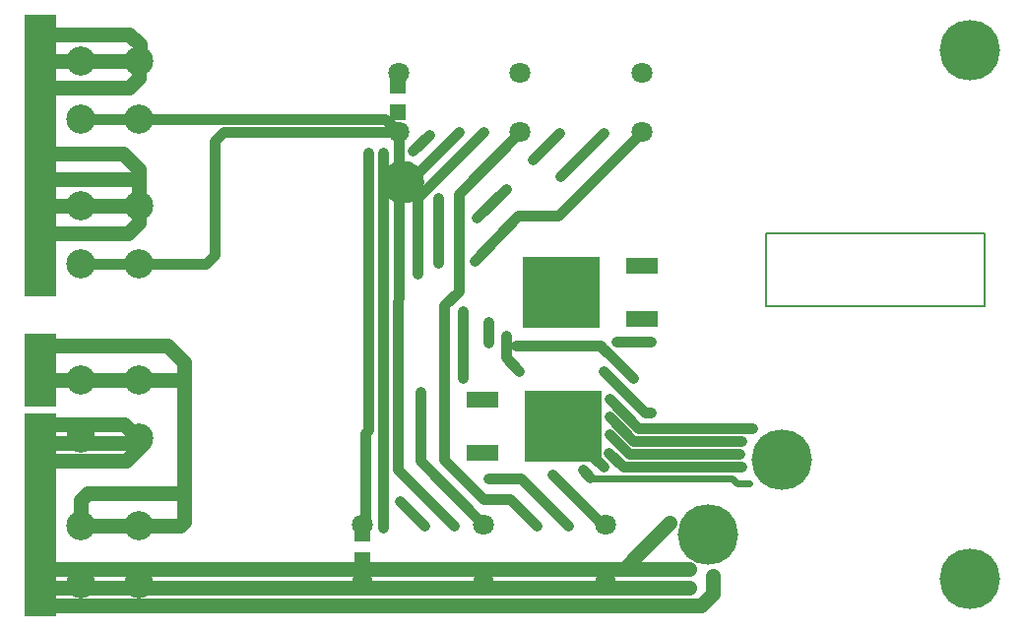
<source format=gbs>
G04*
G04 #@! TF.GenerationSoftware,Altium Limited,Altium Designer,20.2.8 (258)*
G04*
G04 Layer_Color=16711935*
%FSLAX25Y25*%
%MOIN*%
G70*
G04*
G04 #@! TF.SameCoordinates,527F6DBC-4CBC-4D53-8A28-EBD6D6C4F68D*
G04*
G04*
G04 #@! TF.FilePolarity,Negative*
G04*
G01*
G75*
%ADD12C,0.00600*%
%ADD35C,0.02400*%
%ADD36C,0.03600*%
%ADD37C,0.05000*%
%ADD39R,0.10500X0.24500*%
%ADD41R,0.10500X0.95500*%
%ADD53R,0.10642X0.05524*%
%ADD54R,0.26391X0.24422*%
%ADD58C,0.14580*%
%ADD59C,0.07099*%
%ADD60C,0.20485*%
%ADD61C,0.20485*%
%ADD62C,0.09855*%
%ADD75R,0.10500X0.68571*%
%ADD76R,0.05800X0.05800*%
D12*
X253200Y107200D02*
Y132000D01*
Y107200D02*
X327000D01*
Y132000D01*
X253200D02*
X327000D01*
D35*
X243250Y47250D02*
X247250D01*
X194000Y49000D02*
X241500D01*
X193500Y49500D02*
X194000Y49000D01*
X241500D02*
X243250Y47250D01*
D36*
X116300Y33405D02*
X117400Y34505D01*
X191000Y52000D02*
X193500Y49500D01*
X170000Y49000D02*
X186000Y33000D01*
X159000Y49000D02*
X170000D01*
X157500Y42000D02*
X166500D01*
X144100Y55400D02*
X157500Y42000D01*
X144100Y55400D02*
Y86400D01*
X159100Y95100D02*
Y97200D01*
X169234Y138000D02*
X182800D01*
X211000Y166200D01*
X150500Y93500D02*
Y105700D01*
X202500Y95500D02*
X214000D01*
X168500Y94000D02*
X197000D01*
X197500Y93500D01*
X212000Y71500D02*
X214000D01*
X197500Y93500D02*
X200000Y91000D01*
X208000Y83000D01*
X165000Y90000D02*
X169500Y85500D01*
X165000Y90000D02*
Y97500D01*
X159100Y97200D02*
Y102100D01*
X150500Y83000D02*
Y93500D01*
X197595Y33405D02*
X198600D01*
X118500Y154000D02*
Y159500D01*
X69429Y166200D02*
X128248D01*
X66500Y163271D02*
X69429Y166200D01*
X66500Y124544D02*
Y163271D01*
X63571Y121615D02*
X66500Y124544D01*
X21015Y121615D02*
X63571D01*
X124136Y170664D02*
X128600Y166200D01*
X21015Y170664D02*
X124136D01*
X142000Y122000D02*
Y144000D01*
X135000Y118500D02*
Y144000D01*
X144100Y107600D02*
X149000Y112500D01*
X136000Y54855D02*
Y78224D01*
X174000Y157000D02*
X183000Y166000D01*
X183500Y151500D02*
X198000Y166000D01*
X155000Y137500D02*
X165000Y147000D01*
X154347Y122633D02*
X169234Y138000D01*
X166500Y42000D02*
X175500Y33000D01*
X180750Y50250D02*
X197595Y33405D01*
X144100Y86400D02*
Y107600D01*
X133500Y160000D02*
X139000Y165500D01*
X134000Y151500D02*
X149000Y166500D01*
X135000Y144000D02*
X157500Y166500D01*
X123500Y153500D02*
Y159500D01*
X118500Y65500D02*
Y154000D01*
X117400Y64400D02*
X118500Y65500D01*
X117400Y34505D02*
Y64400D01*
X129000Y41500D02*
X137500Y33000D01*
X128500Y52000D02*
X147500Y33000D01*
X136000Y54855D02*
X157450Y33405D01*
X123500Y32500D02*
Y48500D01*
X149000Y112500D02*
Y145400D01*
X169800Y166200D01*
X123500Y48500D02*
Y153500D01*
X128500Y52000D02*
X128600Y166200D01*
X198000Y85500D02*
X212000Y71500D01*
X184500Y66000D02*
X198000Y53000D01*
X209900Y66100D02*
X248400D01*
X200000Y76000D02*
X209900Y66100D01*
X208200Y61800D02*
X244700D01*
X200000Y70000D02*
X208200Y61800D01*
X206600Y57400D02*
X244100D01*
X200000Y64000D02*
X206600Y57400D01*
X204600Y52900D02*
X244600D01*
X199750Y57750D02*
X204600Y52900D01*
D37*
X227000Y6000D02*
X231000D01*
X235000Y10000D01*
Y16000D01*
X56000Y34500D02*
Y45000D01*
X21015Y33142D02*
X54642D01*
X56000Y34500D01*
X36500Y55000D02*
X42379Y60879D01*
X31000Y55000D02*
X36500D01*
X35757Y67500D02*
X42379Y60879D01*
X31000Y67500D02*
X35757D01*
X31000Y61000D02*
X39143D01*
X10500Y94000D02*
X50500D01*
X56000Y88500D01*
Y82242D02*
Y88500D01*
X8242Y82242D02*
X21015D01*
Y41515D02*
X23500Y44000D01*
X21015Y39515D02*
Y41515D01*
Y33142D02*
Y39515D01*
Y82242D02*
X56000D01*
Y44000D02*
Y82242D01*
X23500Y44000D02*
X56000D01*
X10500Y132000D02*
X37000D01*
X40700Y135700D01*
Y141300D01*
Y150500D02*
Y153800D01*
X10000Y152000D02*
X11500Y150500D01*
X40700D01*
X10000Y159000D02*
X35500D01*
X40700Y153800D01*
Y141300D02*
Y150500D01*
X9700Y141300D02*
X40700D01*
X10500Y181500D02*
X37500D01*
X40700Y184700D01*
Y190349D01*
X10500Y199000D02*
X11000Y199500D01*
X37500D01*
X41000Y196000D01*
Y191000D02*
Y196000D01*
X9849Y190349D02*
X40700D01*
X11000Y61000D02*
X31000D01*
X11000Y67500D02*
X31000D01*
X205000Y18500D02*
X211500Y25000D01*
X10500Y12000D02*
X48500D01*
X11500Y18500D02*
X48500D01*
X185500Y18500D02*
X210500D01*
X185500Y12000D02*
X211500D01*
X144500D02*
X170000D01*
X144500Y18500D02*
X170500D01*
X104500Y12000D02*
X129500D01*
X104500Y18500D02*
X129500D01*
X11000Y55000D02*
X31000D01*
X11000Y6000D02*
X30500D01*
X48500D01*
X170000Y12000D02*
X185500D01*
X170000Y18500D02*
X185500D01*
X129500Y12000D02*
X144500D01*
X129500Y18500D02*
X144500D01*
X48500Y12000D02*
X104500D01*
X48500Y18500D02*
X104500D01*
X48500Y6000D02*
X211500D01*
X227000D01*
X211500Y12000D02*
X227000D01*
X211500Y18500D02*
X227000D01*
X211500Y25000D02*
X220339Y33839D01*
D39*
X7250Y85750D02*
D03*
D41*
Y158250D02*
D03*
D53*
X157069Y75750D02*
D03*
X157069Y57750D02*
D03*
X211181Y103000D02*
D03*
X211181Y121000D02*
D03*
D54*
X184431Y66750D02*
D03*
X183819Y112000D02*
D03*
D58*
X129947Y149453D02*
D03*
D59*
X198600Y13720D02*
D03*
Y33405D02*
D03*
X116300Y13720D02*
D03*
Y33405D02*
D03*
X157450Y13720D02*
D03*
Y33405D02*
D03*
X128600Y186200D02*
D03*
Y166200D02*
D03*
X169800Y186200D02*
D03*
Y166200D02*
D03*
X211000Y186200D02*
D03*
X211000Y166200D02*
D03*
D60*
X233326Y30126D02*
D03*
X258381Y55181D02*
D03*
D61*
X322000Y15000D02*
D03*
Y193900D02*
D03*
D62*
X21015Y13457D02*
D03*
Y33142D02*
D03*
X40700D02*
D03*
Y13457D02*
D03*
Y170664D02*
D03*
Y190349D02*
D03*
X21015D02*
D03*
Y170664D02*
D03*
X40700Y121615D02*
D03*
Y141300D02*
D03*
X21015D02*
D03*
Y121615D02*
D03*
X40700Y62557D02*
D03*
Y82242D02*
D03*
X21015D02*
D03*
Y62557D02*
D03*
D75*
X7250Y36715D02*
D03*
D76*
X116300Y30200D02*
D03*
Y21200D02*
D03*
X128500Y172900D02*
D03*
Y181900D02*
D03*
M02*

</source>
